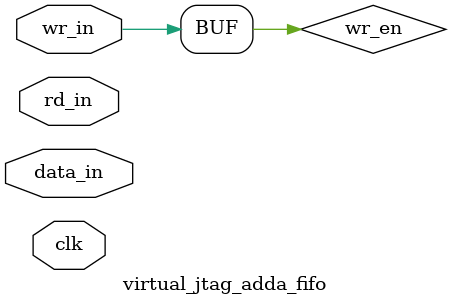
<source format=v>

`include "jtag_sim_define.h"
`timescale 1ns/1ns

module virtual_jtag_adda_fifo(clk,wr_in,data_in,rd_in);

parameter data_width  = 32,
          fifo_depth  = 256,
          addr_width  = 8,
          al_full_val = 255,
          al_empt_val = 0;

input clk;
input wr_in, rd_in;
input [data_width-1:0] data_in;

wire tdi, tck, cdr, cir, e1dr, e2dr, pdr, sdr, udr, uir;
reg  tdo;
reg  [addr_width-1:0] usedw_instr_reg;
reg  reset_instr_reg;
reg  [data_width-1:0] read_instr_reg;
reg  bypass_reg;

wire [1:0] ir_in;
wire usedw_instr  = ~ir_in[1] &  ir_in[0]; // 1
wire reset_instr  =  ir_in[1] & ~ir_in[0]; // 2
wire read_instr   =  ir_in[1] &  ir_in[0]; // 3

wire reset = reset_instr && e1dr;

wire [addr_width-1:0] usedw;
wire [data_width-1:0] data_out;
wire full;
wire al_full;

reg read_instr_d1;
reg read_instr_d2;
reg read_instr_d3;
wire rd_en = rd_in | (read_instr_d2 & !read_instr_d3);
wire wr_en = wr_in;
always @(posedge clk or posedge reset)
begin
  if (reset)
  begin
    read_instr_d1 <= 1'b0;
    read_instr_d2 <= 1'b0;
    read_instr_d3 <= 1'b0;
  end
  else
  begin
    read_instr_d1 <= read_instr;
    read_instr_d2 <= read_instr_d1;
    read_instr_d3 <= read_instr_d2;
  end
end

scfifo  jtag_fifo (
        .aclr (reset),
        .clock (clk),
        .wrreq (wr_en & !al_full),
        .data (data_in),
        .rdreq (rd_en),
        .q (data_out),
        .full (full),
        .almost_full (al_full),
        .empty (),
        .almost_empty (),
        .usedw (usedw),
        .sclr ());
    defparam
        jtag_fifo.lpm_width = data_width,
        jtag_fifo.lpm_numwords = fifo_depth,
        jtag_fifo.lpm_widthu = addr_width,
        jtag_fifo.intended_device_family = "Cyclone III",
        jtag_fifo.almost_full_value = al_full_val,
        jtag_fifo.almost_empty_value = al_empt_val,
        jtag_fifo.lpm_type = "scfifo",
        jtag_fifo.lpm_showahead = "OFF",
        jtag_fifo.overflow_checking = "ON",
        jtag_fifo.underflow_checking = "ON",
        jtag_fifo.use_eab = "ON",
        jtag_fifo.add_ram_output_register = "ON";

 
/* usedw_instr Instruction Handler */		
always @ (posedge tck)
  if ( usedw_instr && cdr )
    usedw_instr_reg <= usedw;
  else if ( usedw_instr && sdr )
    usedw_instr_reg <= {tdi, usedw_instr_reg[addr_width-1:1]};

/* reset_instr Instruction Handler */
always @ (posedge tck)
  if ( reset_instr && sdr )
    reset_instr_reg <= tdi;//{tdi, reset_instr_reg[data_width-1:1]};

/* read_instr Instruction Handler */		
always @ (posedge tck)
  if ( read_instr && cdr )
    read_instr_reg <= data_out;
  else if ( read_instr && sdr )
    read_instr_reg <= {tdi, read_instr_reg[data_width-1:1]};

/* Bypass register */
always @ (posedge tck)
  bypass_reg = tdi;

/* Node TDO Output */
always @ ( usedw_instr, reset_instr, read_instr, usedw_instr_reg[0], reset_instr_reg/*[0]*/, read_instr_reg[0], bypass_reg )
begin
  if (usedw_instr)
    tdo <= usedw_instr_reg[0];
  else if (reset_instr)
    tdo <= reset_instr_reg/*[0]*/;
  else if (read_instr)
    tdo <= read_instr_reg[0];
  else
    tdo <= bypass_reg;		// Used to maintain the continuity of the scan chain.
end

sld_virtual_jtag	sld_virtual_jtag_component (
				.ir_in (ir_in),
				.ir_out (2'b0),
				.tdo (tdo),
				.tdi (tdi),
				.tms (),
				.tck (tck),
				.virtual_state_cir (cir),
				.virtual_state_pdr (pdr),
				.virtual_state_uir (uir),
				.virtual_state_sdr (sdr),
				.virtual_state_cdr (cdr),
				.virtual_state_udr (udr),
				.virtual_state_e1dr (e1dr),
				.virtual_state_e2dr (e2dr),
				.jtag_state_rti (),
				.jtag_state_e1dr (),
				.jtag_state_e2dr (),
				.jtag_state_pir (),
				.jtag_state_tlr (),
				.jtag_state_sir (),
				.jtag_state_cir (),
				.jtag_state_uir (),
				.jtag_state_pdr (),
				.jtag_state_sdrs (),
				.jtag_state_sdr (),
				.jtag_state_cdr (),
				.jtag_state_udr (),
				.jtag_state_sirs (),
				.jtag_state_e1ir (),
				.jtag_state_e2ir ());
	defparam
		sld_virtual_jtag_component.sld_auto_instance_index = "NO",
		sld_virtual_jtag_component.sld_instance_index = 0,
		sld_virtual_jtag_component.sld_ir_width = 2,
		`ifdef USE_SIM_STIMULUS
		sld_virtual_jtag_component.sld_sim_action       = `FIFO_SLD_SIM_ACTION,
		sld_virtual_jtag_component.sld_sim_n_scan       = `FIFO_SLD_SIM_N_SCAN,
		sld_virtual_jtag_component.sld_sim_total_length = `FIFO_SLD_SIM_T_LENG;
		`else
		sld_virtual_jtag_component.sld_sim_action       = "((1,1,1,2))",
		sld_virtual_jtag_component.sld_sim_n_scan       = 1,
		sld_virtual_jtag_component.sld_sim_total_length = 2;
		`endif
		
endmodule

</source>
